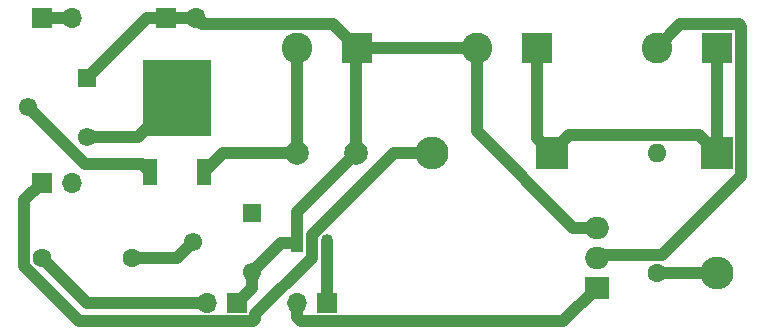
<source format=gbr>
%TF.GenerationSoftware,KiCad,Pcbnew,5.1.6*%
%TF.CreationDate,2020-11-07T14:35:20+00:00*%
%TF.ProjectId,SolarLights,536f6c61-724c-4696-9768-74732e6b6963,rev?*%
%TF.SameCoordinates,Original*%
%TF.FileFunction,Copper,L1,Top*%
%TF.FilePolarity,Positive*%
%FSLAX46Y46*%
G04 Gerber Fmt 4.6, Leading zero omitted, Abs format (unit mm)*
G04 Created by KiCad (PCBNEW 5.1.6) date 2020-11-07 14:35:20*
%MOMM*%
%LPD*%
G01*
G04 APERTURE LIST*
%TA.AperFunction,ComponentPad*%
%ADD10O,2.000000X1.905000*%
%TD*%
%TA.AperFunction,ComponentPad*%
%ADD11R,2.000000X1.905000*%
%TD*%
%TA.AperFunction,ComponentPad*%
%ADD12O,1.700000X1.700000*%
%TD*%
%TA.AperFunction,ComponentPad*%
%ADD13R,1.700000X1.700000*%
%TD*%
%TA.AperFunction,SMDPad,CuDef*%
%ADD14R,5.800000X6.400000*%
%TD*%
%TA.AperFunction,SMDPad,CuDef*%
%ADD15R,1.200000X2.200000*%
%TD*%
%TA.AperFunction,ComponentPad*%
%ADD16C,1.550000*%
%TD*%
%TA.AperFunction,ComponentPad*%
%ADD17R,1.550000X1.550000*%
%TD*%
%TA.AperFunction,ComponentPad*%
%ADD18C,1.600000*%
%TD*%
%TA.AperFunction,ComponentPad*%
%ADD19O,1.600000X1.600000*%
%TD*%
%TA.AperFunction,ComponentPad*%
%ADD20R,1.050000X1.500000*%
%TD*%
%TA.AperFunction,ComponentPad*%
%ADD21O,1.050000X1.500000*%
%TD*%
%TA.AperFunction,ComponentPad*%
%ADD22C,2.600000*%
%TD*%
%TA.AperFunction,ComponentPad*%
%ADD23R,2.600000X2.600000*%
%TD*%
%TA.AperFunction,ComponentPad*%
%ADD24O,2.800000X2.800000*%
%TD*%
%TA.AperFunction,ComponentPad*%
%ADD25R,2.800000X2.800000*%
%TD*%
%TA.AperFunction,ComponentPad*%
%ADD26C,2.000000*%
%TD*%
%TA.AperFunction,Conductor*%
%ADD27C,1.000000*%
%TD*%
G04 APERTURE END LIST*
D10*
%TO.P,Q2,3*%
%TO.N,Net-(C1-Pad2)*%
X193040000Y-40640000D03*
%TO.P,Q2,2*%
%TO.N,Net-(J6-Pad2)*%
X193040000Y-43180000D03*
D11*
%TO.P,Q2,1*%
%TO.N,Net-(J8-Pad2)*%
X193040000Y-45720000D03*
%TD*%
D12*
%TO.P,PV-control,2*%
%TO.N,Net-(J8-Pad2)*%
X167640000Y-46990000D03*
D13*
%TO.P,PV-control,1*%
%TO.N,Net-(J8-Pad1)*%
X170180000Y-46990000D03*
%TD*%
D12*
%TO.P,F-Diode-Control,2*%
%TO.N,Net-(J7-Pad2)*%
X160020000Y-46990000D03*
D13*
%TO.P,F-Diode-Control,1*%
%TO.N,Net-(C1-Pad2)*%
X162560000Y-46990000D03*
%TD*%
D14*
%TO.P,LM317,2*%
%TO.N,Net-(J4-Pad2)*%
X157480000Y-29650000D03*
D15*
%TO.P,LM317,3*%
%TO.N,Net-(C1-Pad1)*%
X159760000Y-35950000D03*
%TO.P,LM317,1*%
%TO.N,Net-(RV1-Pad2)*%
X155200000Y-35950000D03*
%TD*%
D16*
%TO.P,RV2,2*%
%TO.N,Net-(J8-Pad2)*%
X158830000Y-41870000D03*
D17*
%TO.P,RV2,1*%
%TO.N,Net-(R1-Pad2)*%
X163830000Y-39370000D03*
D16*
%TO.P,RV2,3*%
%TO.N,Net-(C1-Pad2)*%
X163830000Y-44370000D03*
%TD*%
%TO.P,RV1,2*%
%TO.N,Net-(RV1-Pad2)*%
X144860000Y-30440000D03*
D17*
%TO.P,RV1,1*%
%TO.N,Net-(C1-Pad2)*%
X149860000Y-27940000D03*
D16*
%TO.P,RV1,3*%
%TO.N,Net-(J4-Pad2)*%
X149860000Y-32940000D03*
%TD*%
D18*
%TO.P,R2,2*%
%TO.N,Net-(J7-Pad2)*%
X146070000Y-43180000D03*
%TO.P,R2,1*%
%TO.N,Net-(J8-Pad2)*%
X153670000Y-43180000D03*
%TD*%
D19*
%TO.P,R1,2*%
%TO.N,Net-(R1-Pad2)*%
X198120000Y-34290000D03*
D18*
%TO.P,R1,1*%
%TO.N,Net-(D2-Pad2)*%
X198120000Y-44450000D03*
%TD*%
D20*
%TO.P,Q1,1*%
%TO.N,Net-(C1-Pad2)*%
X167640000Y-41910000D03*
D21*
%TO.P,Q1,3*%
%TO.N,Net-(J8-Pad1)*%
X170180000Y-41910000D03*
%TO.P,Q1,2*%
%TO.N,Net-(D1-Pad2)*%
X168910000Y-41910000D03*
%TD*%
D22*
%TO.P,- Led +,2*%
%TO.N,Net-(J6-Pad2)*%
X198120000Y-25400000D03*
D23*
%TO.P,- Led +,1*%
%TO.N,Net-(D1-Pad1)*%
X203200000Y-25400000D03*
%TD*%
D22*
%TO.P,-  Batt +,2*%
%TO.N,Net-(C1-Pad2)*%
X182880000Y-25400000D03*
D23*
%TO.P,-  Batt +,1*%
%TO.N,Net-(D1-Pad1)*%
X187960000Y-25400000D03*
%TD*%
D12*
%TO.P,Use DC>DC,2*%
%TO.N,Net-(J4-Pad2)*%
X148590000Y-36830000D03*
D13*
%TO.P,Use DC>DC,1*%
%TO.N,Net-(D1-Pad2)*%
X146050000Y-36830000D03*
%TD*%
D12*
%TO.P,-,2*%
%TO.N,Net-(C1-Pad2)*%
X159130000Y-22860000D03*
D13*
%TO.P,-,1*%
X156590000Y-22860000D03*
%TD*%
D12*
%TO.P,+,2*%
%TO.N,Net-(D1-Pad2)*%
X148590000Y-22860000D03*
D13*
%TO.P,+,1*%
X146050000Y-22860000D03*
%TD*%
D22*
%TO.P,Capacitor,2*%
%TO.N,Net-(C1-Pad1)*%
X167640000Y-25400000D03*
D23*
%TO.P,Capacitor,1*%
%TO.N,Net-(C1-Pad2)*%
X172720000Y-25400000D03*
%TD*%
D24*
%TO.P,Zener offset diode,2*%
%TO.N,Net-(D2-Pad2)*%
X203200000Y-44450000D03*
D25*
%TO.P,Zener offset diode,1*%
%TO.N,Net-(D1-Pad1)*%
X203200000Y-34290000D03*
%TD*%
D24*
%TO.P,Protection Diode,2*%
%TO.N,Net-(D1-Pad2)*%
X179070000Y-34290000D03*
D25*
%TO.P,Protection Diode,1*%
%TO.N,Net-(D1-Pad1)*%
X189230000Y-34290000D03*
%TD*%
D26*
%TO.P,+ Solar  -,2*%
%TO.N,Net-(C1-Pad2)*%
X172640000Y-34290000D03*
%TO.P,+ Solar  -,1*%
%TO.N,Net-(C1-Pad1)*%
X167640000Y-34290000D03*
%TD*%
D27*
%TO.N,Net-(C1-Pad2)*%
X182880000Y-32480000D02*
X182880000Y-25400000D01*
X191040000Y-40640000D02*
X182880000Y-32480000D01*
X193040000Y-40640000D02*
X191040000Y-40640000D01*
X172720000Y-25400000D02*
X182880000Y-25400000D01*
X172640000Y-25480000D02*
X172720000Y-25400000D01*
X172640000Y-34290000D02*
X172640000Y-25480000D01*
X159669999Y-23399999D02*
X159130000Y-22860000D01*
X170719999Y-23399999D02*
X159669999Y-23399999D01*
X172720000Y-25400000D02*
X170719999Y-23399999D01*
X159130000Y-22860000D02*
X156590000Y-22860000D01*
X154940000Y-22860000D02*
X149860000Y-27940000D01*
X156590000Y-22860000D02*
X154940000Y-22860000D01*
X167640000Y-39290000D02*
X167640000Y-41910000D01*
X172640000Y-34290000D02*
X167640000Y-39290000D01*
X166290000Y-41910000D02*
X163830000Y-44370000D01*
X167640000Y-41910000D02*
X166290000Y-41910000D01*
X163830000Y-45720000D02*
X162560000Y-46990000D01*
X163830000Y-44370000D02*
X163830000Y-45720000D01*
%TO.N,Net-(C1-Pad1)*%
X167640000Y-34290000D02*
X167640000Y-25400000D01*
X161420000Y-34290000D02*
X159760000Y-35950000D01*
X167640000Y-34290000D02*
X161420000Y-34290000D01*
%TO.N,Net-(D1-Pad2)*%
X148590000Y-22860000D02*
X146050000Y-22860000D01*
X175842575Y-34290000D02*
X179070000Y-34290000D01*
X168910000Y-41222575D02*
X175842575Y-34290000D01*
X168910000Y-41910000D02*
X168910000Y-41222575D01*
X144569999Y-43900001D02*
X144569999Y-38310001D01*
X144569999Y-38310001D02*
X146050000Y-36830000D01*
X149209999Y-48540001D02*
X144569999Y-43900001D01*
X163970001Y-48540001D02*
X149209999Y-48540001D01*
X164110001Y-48400001D02*
X163970001Y-48540001D01*
X164110001Y-47975001D02*
X164110001Y-48400001D01*
X168910000Y-43175002D02*
X164110001Y-47975001D01*
X168910000Y-41910000D02*
X168910000Y-43175002D01*
%TO.N,Net-(D1-Pad1)*%
X187960000Y-33020000D02*
X189230000Y-34290000D01*
X187960000Y-25400000D02*
X187960000Y-33020000D01*
X201699999Y-32789999D02*
X203200000Y-34290000D01*
X190730001Y-32789999D02*
X201699999Y-32789999D01*
X189230000Y-34290000D02*
X190730001Y-32789999D01*
X203200000Y-34290000D02*
X203200000Y-25400000D01*
%TO.N,Net-(D2-Pad2)*%
X203200000Y-44450000D02*
X198120000Y-44450000D01*
%TO.N,Net-(J4-Pad2)*%
X154190000Y-32940000D02*
X157480000Y-29650000D01*
X149860000Y-32940000D02*
X154190000Y-32940000D01*
%TO.N,Net-(J6-Pad2)*%
X200120001Y-23399999D02*
X198120000Y-25400000D01*
X205060001Y-23399999D02*
X200120001Y-23399999D01*
X205300001Y-23639999D02*
X205060001Y-23399999D01*
X205300001Y-36250001D02*
X205300001Y-23639999D01*
X198600003Y-42949999D02*
X205300001Y-36250001D01*
X193270001Y-42949999D02*
X198600003Y-42949999D01*
X193040000Y-43180000D02*
X193270001Y-42949999D01*
%TO.N,Net-(RV1-Pad2)*%
X149699999Y-35279999D02*
X144860000Y-30440000D01*
X154529999Y-35279999D02*
X149699999Y-35279999D01*
X155200000Y-35950000D02*
X154529999Y-35279999D01*
%TO.N,Net-(J7-Pad2)*%
X149880000Y-46990000D02*
X146070000Y-43180000D01*
X160020000Y-46990000D02*
X149880000Y-46990000D01*
%TO.N,Net-(J8-Pad2)*%
X157520000Y-43180000D02*
X158830000Y-41870000D01*
X153670000Y-43180000D02*
X157520000Y-43180000D01*
X167640000Y-48192081D02*
X167640000Y-46990000D01*
X167987920Y-48540001D02*
X167640000Y-48192081D01*
X190219999Y-48540001D02*
X167987920Y-48540001D01*
X193040000Y-45720000D02*
X190219999Y-48540001D01*
%TO.N,Net-(J8-Pad1)*%
X170180000Y-41910000D02*
X170180000Y-46990000D01*
%TD*%
M02*

</source>
